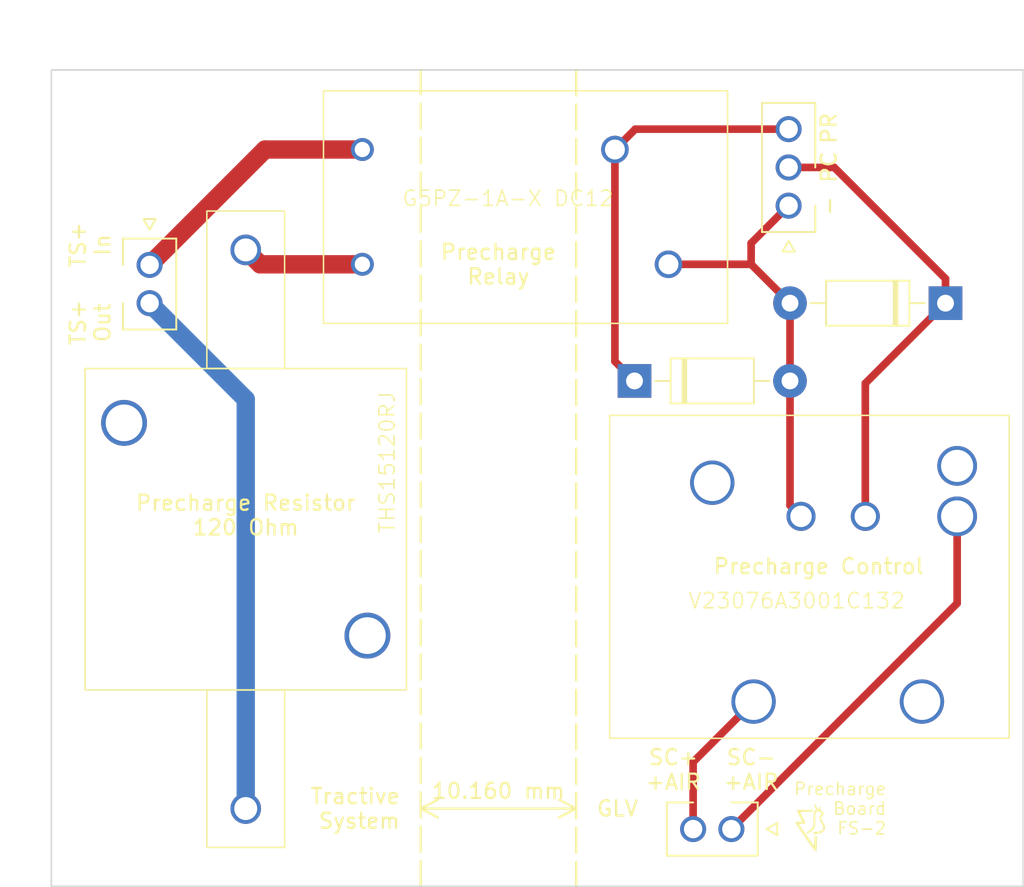
<source format=kicad_pcb>
(kicad_pcb (version 20221018) (generator pcbnew)
  (layers (0 "F.Cu" signal) (31 "B.Cu" signal) (34 "B.Paste" user) (35 "F.Paste" user) (36 "B.SilkS" user "B.Silkscreen") (37 "F.SilkS" user "F.Silkscreen") (38 "B.Mask" user) (39 "F.Mask" user) (44 "Edge.Cuts" user))
  (net 0 "")
  (net 1 "/GLV-")
  (net 2 "/Precharge_Relay")
  (net 3 "/SC_+AIR_+")
  (net 4 "/SC_+AIR_-")
  (net 5 "/Precharge_Control")
  (net 6 "/TS+_Out")
  (net 7 "Net-(K1-Pad1)")
  (net 8 "/TS+_In")
  (footprint "MountingHole:MountingHole_3.2mm_M3" (layer "F.Cu") (at 71.12 17.78)
    (fp_text reference "REF**" hide)
    (fp_text value "MountingHole_3.2mm_M3" hide)
    (pad "" np_thru_hole circle (at 0 0) (size 3.2 3.2) (drill 3.2) (layers "*.Cu" "*.Mask"))
  )
  (footprint "Precharge_Library:MOLEX_1053091202" (layer "F.Cu") (at 19.12 25.44 -90)
    (fp_text reference "J3" hide)
    (fp_text value "1053091202")
    (fp_line (start -3 -0.4) (end -3 0.4) (stroke (width 0.127)) (layer "F.SilkS"))
    (fp_line (start -3 0.4) (end -2.3 0) (stroke (width 0.127)) (layer "F.SilkS"))
    (fp_line (start -2.3 0) (end -3 -0.4) (stroke (width 0.127)) (layer "F.SilkS"))
    (fp_line (start -1.72 -1.74) (end 4.22 -1.74) (stroke (width 0.127)) (layer "F.SilkS"))
    (fp_line (start -1.72 1.74) (end -1.72 -1.74) (stroke (width 0.127)) (layer "F.SilkS"))
    (fp_line (start 0 1.74) (end -1.72 1.74) (stroke (width 0.127)) (layer "F.SilkS"))
    (fp_line (start 4.22 -1.74) (end 4.22 1.74) (stroke (width 0.127)) (layer "F.SilkS"))
    (fp_line (start 4.22 1.74) (end 2.5 1.74) (stroke (width 0.127)) (layer "F.SilkS"))
    (pad "" np_thru_hole circle (at 1.25 1.34 270) (size 1.3 1.3) (drill 1.3) (layers "*.Cu" "*.Mask"))
    (pad "1" thru_hole circle (at 0 0 270) (size 1.7 1.7) (drill 1.2) (layers "*.Cu") (net 8 "/TS+_In"))
    (pad "2" thru_hole circle (at 2.5 0 270) (size 1.7 1.7) (drill 1.2) (layers "*.Cu") (net 6 "/TS+_Out"))
  )
  (footprint "Diode_THT:D_DO-41_SOD81_P10.16mm_Horizontal" (layer "F.Cu") (at 71.12 27.94 180)
    (fp_text reference "D3" hide)
    (fp_text value "1N4001")
    (fp_line (start 1.34 0) (end 2.36 0) (stroke (width 0.12)) (layer "F.SilkS"))
    (fp_line (start 2.36 -1.47) (end 2.36 1.47) (stroke (width 0.12)) (layer "F.SilkS"))
    (fp_line (start 2.36 1.47) (end 7.8 1.47) (stroke (width 0.12)) (layer "F.SilkS"))
    (fp_line (start 3.14 -1.47) (end 3.14 1.47) (stroke (width 0.12)) (layer "F.SilkS"))
    (fp_line (start 3.26 -1.47) (end 3.26 1.47) (stroke (width 0.12)) (layer "F.SilkS"))
    (fp_line (start 3.38 -1.47) (end 3.38 1.47) (stroke (width 0.12)) (layer "F.SilkS"))
    (fp_line (start 7.8 -1.47) (end 2.36 -1.47) (stroke (width 0.12)) (layer "F.SilkS"))
    (fp_line (start 7.8 1.47) (end 7.8 -1.47) (stroke (width 0.12)) (layer "F.SilkS"))
    (fp_line (start 8.82 0) (end 7.8 0) (stroke (width 0.12)) (layer "F.SilkS"))
    (pad "1" thru_hole rect (at 0 0 180) (size 2.2 2.2) (drill 1.1) (layers "*.Cu" "*.Mask") (net 5 "/Precharge_Control"))
    (pad "2" thru_hole oval (at 10.16 0 180) (size 2.2 2.2) (drill 1.1) (layers "*.Cu" "*.Mask") (net 1 "/GLV-"))
  )
  (footprint "MountingHole:MountingHole_3.2mm_M3" (layer "F.Cu") (at 17.78 17.78)
    (fp_text reference "REF**" hide)
    (fp_text value "MountingHole_3.2mm_M3" hide)
    (pad "" np_thru_hole circle (at 0 0) (size 3.2 3.2) (drill 3.2) (layers "F&B.Cu" "*.Mask"))
  )
  (footprint "Precharge_Library:V23076A3001C132" (layer "F.Cu") (at 49.18 35.27)
    (fp_text reference "K2" hide)
    (fp_text value "Relay_SPST-NO")
    (fp_text user "V23076A3001C132" (at 5.08 12.7 unlocked) (layer "F.SilkS") (effects (font (thickness 0.1)) (justify left bottom)))
    (fp_rect (start 0 0) (end 26.1 21.1) (stroke (width 0.1)) (fill none) (layer "F.SilkS"))
    (pad "1" thru_hole circle (at 16.7 6.6) (size 1.9 1.9) (drill 1.4) (layers "*.Cu" "*.Mask") (net 5 "/Precharge_Control"))
    (pad "2" thru_hole circle (at 12.5 6.6) (size 1.9 1.9) (drill 1.4) (layers "*.Cu" "*.Mask") (net 1 "/GLV-"))
    (pad "3" thru_hole circle (at 22.7 3.3) (size 2.6 2.6) (drill 2.1) (layers "*.Cu" "*.Mask"))
    (pad "4" thru_hole circle (at 6.7 4.4) (size 2.9 2.9) (drill 2.4) (layers "*.Cu" "*.Mask") (net 3 "/SC_+AIR_+"))
    (pad "4" thru_hole circle (at 9.4 18.7) (size 2.9 2.9) (drill 2.4) (layers "*.Cu" "*.Mask") (net 3 "/SC_+AIR_+"))
    (pad "4" thru_hole circle (at 20.4 18.7) (size 2.9 2.9) (drill 2.4) (layers "*.Cu" "*.Mask") (net 3 "/SC_+AIR_+"))
    (pad "5" thru_hole circle (at 22.7 6.6) (size 2.6 2.6) (drill 2.1) (layers "*.Cu" "*.Mask") (net 4 "/SC_+AIR_-"))
  )
  (footprint "Precharge_Library:THS15120RJ" (layer "F.Cu") (at 14.9 53.21 90)
    (fp_text reference "R1" hide)
    (fp_text value "120")
    (fp_text user "THS15120RJ" (at 10.16 20.32 90 unlocked) (layer "F.SilkS") (effects (font (thickness 0.1)) (justify left bottom)))
    (fp_rect (start -10.29 7.96) (end 0 13.04) (stroke (width 0.1)) (fill none) (layer "F.SilkS"))
    (fp_rect (start 0 0) (end 21 21) (stroke (width 0.1)) (fill none) (layer "F.SilkS"))
    (fp_rect (start 21 7.96) (end 31.29 13.04) (stroke (width 0.1)) (fill none) (layer "F.SilkS"))
    (pad "" np_thru_hole circle (at 3.55 18.45 90) (size 3 3) (drill 2.4) (layers "F&B.Cu" "*.Mask"))
    (pad "" np_thru_hole circle (at 17.45 2.55 90) (size 3 3) (drill 2.4) (layers "F&B.Cu" "*.Mask"))
    (pad "+" thru_hole circle (at -7.75 10.5 90) (size 2 2) (drill 1.5) (layers "*.Cu" "*.Mask") (net 6 "/TS+_Out"))
    (pad "-" thru_hole circle (at 28.75 10.5 90) (size 2 2) (drill 1.5) (layers "*.Cu" "*.Mask") (net 7 "Net-(K1-Pad1)"))
  )
  (footprint "MountingHole:MountingHole_3.2mm_M3" (layer "F.Cu") (at 71.12 60.96)
    (fp_text reference "REF**" hide)
    (fp_text value "MountingHole_3.2mm_M3" hide)
    (pad "" np_thru_hole circle (at 0 0) (size 3.2 3.2) (drill 3.2) (layers "F&B.Cu" "*.Mask"))
  )
  (footprint "Diode_THT:D_DO-41_SOD81_P10.16mm_Horizontal" (layer "F.Cu") (at 50.8 33.02)
    (fp_text reference "D4" hide)
    (fp_text value "1N4001")
    (fp_line (start 1.34 0) (end 2.36 0) (stroke (width 0.12)) (layer "F.SilkS"))
    (fp_line (start 2.36 -1.47) (end 2.36 1.47) (stroke (width 0.12)) (layer "F.SilkS"))
    (fp_line (start 2.36 1.47) (end 7.8 1.47) (stroke (width 0.12)) (layer "F.SilkS"))
    (fp_line (start 3.14 -1.47) (end 3.14 1.47) (stroke (width 0.12)) (layer "F.SilkS"))
    (fp_line (start 3.26 -1.47) (end 3.26 1.47) (stroke (width 0.12)) (layer "F.SilkS"))
    (fp_line (start 3.38 -1.47) (end 3.38 1.47) (stroke (width 0.12)) (layer "F.SilkS"))
    (fp_line (start 7.8 -1.47) (end 2.36 -1.47) (stroke (width 0.12)) (layer "F.SilkS"))
    (fp_line (start 7.8 1.47) (end 7.8 -1.47) (stroke (width 0.12)) (layer "F.SilkS"))
    (fp_line (start 8.82 0) (end 7.8 0) (stroke (width 0.12)) (layer "F.SilkS"))
    (pad "1" thru_hole rect (at 0 0) (size 2.2 2.2) (drill 1.1) (layers "*.Cu" "*.Mask") (net 2 "/Precharge_Relay"))
    (pad "2" thru_hole oval (at 10.16 0) (size 2.2 2.2) (drill 1.1) (layers "*.Cu" "*.Mask") (net 1 "/GLV-"))
  )
  (footprint "Precharge_Library:FORMULA SLUG" (layer "F.Cu") (at 65.44258 62.288544)
    (fp_text reference "G***" hide)
    (fp_text value "LOGO" hide)
    (fp_poly (pts (xy -2.978538 -1.18802) (xy -2.983976 -1.1638) (xy -2.997969 -1.146607) (xy -3.029051 -1.135011) (xy -3.085756 -1.12758) (xy -3.176619 -1.122883) (xy -3.310176 -1.119489) (xy -3.39732 -1.117802) (xy -3.564909 -1.1128) (xy -3.692359 -1.105064) (xy -3.774696 -1.095029) (xy -3.806943 -1.083133) (xy -3.807221 -1.081855) (xy -3.794554 -1.047871) (xy -3.759992 -0.975661) (xy -3.708692 -0.87555) (xy -3.645813 -0.757863) (xy -3.640482 -0.74808) (xy -3.559231 -0.597402) (xy -3.505712 -0.488519) (xy -3.480657 -0.414643) (xy -3.484796 -0.368987) (xy -3.518859 -0.344766) (xy -3.583579 -0.335193) (xy -3.679686 -0.33348) (xy -3.68514 -0.333479) (xy -3.792282 -0.332066) (xy -3.853894 -0.326265) (xy -3.879986 -0.313737) (xy -3.880569 -0.292141) (xy -3.879137 -0.288135) (xy -3.859129 -0.254652) (xy -3.810992 -0.181981) (xy -3.738892 -0.076171) (xy -3.64699 0.056732) (xy -3.539453 0.210679) (xy -3.420443 0.379621) (xy -3.382892 0.432652) (xy -2.904048 1.108095) (xy -2.896242 0.792952) (xy -2.889488 0.633907) (xy -2.876955 0.524137) (xy -2.856434 0.45745) (xy -2.825717 0.427656) (xy -2.782596 0.428564) (xy -2.768006 0.433473) (xy -2.751673 0.445088) (xy -2.739984 0.470553) (xy -2.732378 0.517495) (xy -2.728298 0.59354) (xy -2.727182 0.706311) (xy -2.728471 0.863435) (xy -2.729747 0.954656) (xy -2.733 1.135545) (xy -2.737037 1.268249) (xy -2.74262 1.360161) (xy -2.75051 1.418676) (xy -2.761469 1.451189) (xy -2.776258 1.465093) (xy -2.782515 1.466939) (xy -2.826862 1.451253) (xy -2.88518 1.399229) (xy -2.909682 1.370032) (xy -2.987567 1.267154) (xy -3.083166 1.13683) (xy -3.192391 0.985003) (xy -3.311155 0.817616) (xy -3.435368 0.640612) (xy -3.560942 0.459936) (xy -3.683791 0.28153) (xy -3.799825 0.111337) (xy -3.904957 -0.044698) (xy -3.995098 -0.180633) (xy -4.066161 -0.290525) (xy -4.114057 -0.368429) (xy -4.134698 -0.408403) (xy -4.13516 -0.411609) (xy -4.12066 -0.436378) (xy -4.081382 -0.452174) (xy -4.006396 -0.461682) (xy -3.911132 -0.466651) (xy -3.809759 -0.472504) (xy -3.734104 -0.480736) (xy -3.697537 -0.48978) (xy -3.696061 -0.491833) (xy -3.70842 -0.521472) (xy -3.742186 -0.590206) (xy -3.792395 -0.688202) (xy -3.854083 -0.80563) (xy -3.862801 -0.822025) (xy -3.926298 -0.94564) (xy -3.978662 -1.055906) (xy -4.014757 -1.1414) (xy -4.029444 -1.190697) (xy -4.029541 -1.192849) (xy -4.027655 -1.212848) (xy -4.017105 -1.227595) (xy -3.990548 -1.237889) (xy -3.940641 -1.24453) (xy -3.860043 -1.248318) (xy -3.741411 -1.250051) (xy -3.577404 -1.250528) (xy -3.499599 -1.250547) (xy -2.969657 -1.250547)) (fill solid) (layer "F.SilkS"))
    (fp_poly (pts (xy -2.788263 -1.56467) (xy -2.778994 -1.529389) (xy -2.766898 -1.463828) (xy -2.737018 -1.388231) (xy -2.698962 -1.321398) (xy -2.662339 -1.282125) (xy -2.650665 -1.278337) (xy -2.61524 -1.301406) (xy -2.598411 -1.333753) (xy -2.560999 -1.408084) (xy -2.512444 -1.449615) (xy -2.46491 -1.448785) (xy -2.458117 -1.444004) (xy -2.434541 -1.398362) (xy -2.448633 -1.353116) (xy -2.490172 -1.333917) (xy -2.524233 -1.317017) (xy -2.524036 -1.280438) (xy -2.493003 -1.245357) (xy -2.474525 -1.23704) (xy -2.411633 -1.198295) (xy -2.347304 -1.131401) (xy -2.297658 -1.056289) (xy -2.278775 -0.995027) (xy -2.296398 -0.940177) (xy -2.340673 -0.869722) (xy -2.362145 -0.843347) (xy -2.412674 -0.778381) (xy -2.442288 -0.725963) (xy -2.445514 -0.712386) (xy -2.43322 -0.66912) (xy -2.40161 -0.596283) (xy -2.373203 -0.539666) (xy -2.300939 -0.401477) (xy -2.251324 -0.300887) (xy -2.220165 -0.226828) (xy -2.203269 -0.16823) (xy -2.196441 -0.114026) (xy -2.195405 -0.070409) (xy -2.203501 0.021962) (xy -2.235816 0.092973) (xy -2.285722 0.152829) (xy -2.392706 0.232287) (xy -2.539714 0.291482) (xy -2.713537 0.326128) (xy -2.842345 0.333479) (xy -2.922925 0.331154) (xy -2.961255 0.319792) (xy -2.970612 0.292813) (xy -2.968508 0.270952) (xy -2.958854 0.238553) (xy -2.933158 0.217909) (xy -2.87939 0.204636) (xy -2.785518 0.194346) (xy -2.750238 0.191389) (xy -2.568212 0.164483) (xy -2.436787 0.117181) (xy -2.354635 0.048897) (xy -2.33162 0.006701) (xy -2.315465 -0.066428) (xy -2.325412 -0.145948) (xy -2.364791 -0.243749) (xy -2.436932 -0.371722) (xy -2.438171 -0.373754) (xy -2.521938 -0.542703) (xy -2.555677 -0.692421) (xy -2.539253 -0.821431) (xy -2.487231 -0.911962) (xy -2.44141 -0.972466) (xy -2.430368 -1.011524) (xy -2.449222 -1.046623) (xy -2.449522 -1.046985) (xy -2.500892 -1.088963) (xy -2.573915 -1.128633) (xy -2.578151 -1.130435) (xy -2.670371 -1.151155) (xy -2.740898 -1.126072) (xy -2.790345 -1.053828) (xy -2.819324 -0.933065) (xy -2.828448 -0.762423) (xy -2.821911 -0.58979) (xy -2.814805 -0.418247) (xy -2.821674 -0.285793) (xy -2.845746 -0.176984) (xy -2.89025 -0.076379) (xy -2.948893 0.017655) (xy -3.016632 0.097772) (xy -3.105241 0.177523) (xy -3.199866 0.245958) (xy -3.285654 0.292126) (xy -3.339557 0.305689) (xy -3.384583 0.291405) (xy -3.387109 0.253564) (xy -3.35072 0.199683) (xy -3.278997 0.137278) (xy -3.249635 0.117041) (xy -3.150799 0.037865) (xy -3.060628 -0.058414) (xy -3.027744 -0.103884) (xy -2.995354 -0.156452) (xy -2.973012 -0.202032) (xy -2.959073 -0.252029) (xy -2.951886 -0.317844) (xy -2.949806 -0.410882) (xy -2.951184 -0.542547) (xy -2.95261 -0.623879) (xy -2.953548 -0.807423) (xy -2.947433 -0.945212) (xy -2.932173 -1.046848) (xy -2.905678 -1.121934) (xy -2.865854 -1.180073) (xy -2.822511 -1.221237) (xy -2.785256 -1.269093) (xy -2.789732 -1.324585) (xy -2.837599 -1.398923) (xy -2.851284 -1.415565) (xy -2.898631 -1.491215) (xy -2.903143 -1.548819) (xy -2.865568 -1.580415) (xy -2.835446 -1.584026)) (fill solid) (layer "F.SilkS"))
  )
  (footprint "Precharge_Library:MOLEX_1053091203" (layer "F.Cu") (at 60.87 21.57 90)
    (fp_text reference "J2" hide)
    (fp_text value "1053091203")
    (fp_line (start -3 -0.4) (end -3 0.4) (stroke (width 0.127)) (layer "F.SilkS"))
    (fp_line (start -3 0.4) (end -2.3 0) (stroke (width 0.127)) (layer "F.SilkS"))
    (fp_line (start -2.3 0) (end -3 -0.4) (stroke (width 0.127)) (layer "F.SilkS"))
    (fp_line (start -1.72 -1.74) (end 6.72 -1.74) (stroke (width 0.127)) (layer "F.SilkS"))
    (fp_line (start -1.72 1.74) (end -1.72 -1.74) (stroke (width 0.127)) (layer "F.SilkS"))
    (fp_line (start 0 1.74) (end -1.72 1.74) (stroke (width 0.127)) (layer "F.SilkS"))
    (fp_line (start 6.72 -1.74) (end 6.72 1.74) (stroke (width 0.127)) (layer "F.SilkS"))
    (fp_line (start 6.72 1.74) (end 2.5 1.74) (stroke (width 0.127)) (layer "F.SilkS"))
    (pad "" np_thru_hole circle (at 1.25 1.34 90) (size 1.3 1.3) (drill 1.3) (layers "*.Cu" "*.Mask"))
    (pad "1" thru_hole circle (at 0 0 90) (size 1.7 1.7) (drill 1.2) (layers "*.Cu") (net 1 "/GLV-"))
    (pad "2" thru_hole circle (at 2.5 0 90) (size 1.7 1.7) (drill 1.2) (layers "*.Cu") (net 5 "/Precharge_Control"))
    (pad "3" thru_hole circle (at 5 0 90) (size 1.7 1.7) (drill 1.2) (layers "*.Cu") (net 2 "/Precharge_Relay"))
  )
  (footprint "Precharge_Library:G5PZ-1A-X DC12" (layer "F.Cu") (at 30.48 14.06)
    (fp_text reference "K1" hide)
    (fp_text value "Relay_SPST-NO")
    (fp_text user "G5PZ-1A-X DC12" (at 5.08 7.62 unlocked) (layer "F.SilkS") (effects (font (thickness 0.1)) (justify left bottom)))
    (fp_rect (start 0 0) (end 26.4 15.2) (stroke (width 0.1)) (fill none) (layer "F.SilkS"))
    (pad "1" thru_hole circle (at 2.54 11.34) (size 1.5 1.5) (drill 1) (layers "*.Cu" "*.Mask") (net 7 "Net-(K1-Pad1)"))
    (pad "2" thru_hole circle (at 22.54 11.34) (size 1.8 1.8) (drill 1.3) (layers "*.Cu" "*.Mask") (net 1 "/GLV-"))
    (pad "3" thru_hole circle (at 19.04 3.84) (size 1.8 1.8) (drill 1.3) (layers "*.Cu" "*.Mask") (net 2 "/Precharge_Relay"))
    (pad "4" thru_hole circle (at 2.54 3.84) (size 1.5 1.5) (drill 1) (layers "*.Cu" "*.Mask") (net 8 "/TS+_In"))
  )
  (footprint "Precharge_Library:MOLEX_1053091202" (layer "F.Cu") (at 57.13 62.3 180)
    (fp_text reference "J1" hide)
    (fp_text value "1053091202")
    (fp_line (start -3 -0.4) (end -3 0.4) (stroke (width 0.127)) (layer "F.SilkS"))
    (fp_line (start -3 0.4) (end -2.3 0) (stroke (width 0.127)) (layer "F.SilkS"))
    (fp_line (start -2.3 0) (end -3 -0.4) (stroke (width 0.127)) (layer "F.SilkS"))
    (fp_line (start -1.72 -1.74) (end 4.22 -1.74) (stroke (width 0.127)) (layer "F.SilkS"))
    (fp_line (start -1.72 1.74) (end -1.72 -1.74) (stroke (width 0.127)) (layer "F.SilkS"))
    (fp_line (start 0 1.74) (end -1.72 1.74) (stroke (width 0.127)) (layer "F.SilkS"))
    (fp_line (start 4.22 -1.74) (end 4.22 1.74) (stroke (width 0.127)) (layer "F.SilkS"))
    (fp_line (start 4.22 1.74) (end 2.5 1.74) (stroke (width 0.127)) (layer "F.SilkS"))
    (pad "" np_thru_hole circle (at 1.25 1.34 180) (size 1.3 1.3) (drill 1.3) (layers "*.Cu" "*.Mask"))
    (pad "1" thru_hole circle (at 0 0 180) (size 1.7 1.7) (drill 1.2) (layers "*.Cu") (net 4 "/SC_+AIR_-"))
    (pad "2" thru_hole circle (at 2.5 0 180) (size 1.7 1.7) (drill 1.2) (layers "*.Cu") (net 3 "/SC_+AIR_+"))
  )
  (footprint "MountingHole:MountingHole_3.2mm_M3" (layer "F.Cu") (at 17.78 60.96)
    (fp_text reference "REF**" hide)
    (fp_text value "MountingHole_3.2mm_M3" hide)
    (pad "" np_thru_hole circle (at 0 0) (size 3.2 3.2) (drill 3.2) (layers "F&B.Cu" "*.Mask"))
  )
  (gr_line (start 36.83 66.04) (end 36.83 12.7) (stroke (width 0.15) (type dash)) (layer "F.SilkS"))
  (gr_line (start 46.99 12.7) (end 46.99 66.04) (stroke (width 0.15) (type dash)) (layer "F.SilkS"))
  (gr_rect (start 12.7 12.7) (end 76.2 66.04) (stroke (width 0.1)) (fill none) (layer "Edge.Cuts"))
  (gr_text "TS+\nIn" (at 15.24 24.13 90) (layer "F.SilkS") (effects (font (size 1 1))))
  (gr_text "Tractive\nSystem" (at 35.56 60.96) (layer "F.SilkS") (effects (font (size 1 1)) (justify right)))
  (gr_text "Precharge Control" (at 55.88 45.72) (layer "F.SilkS") (effects (font (size 1 1)) (justify left bottom)))
  (gr_text "GLV" (at 48.26 60.96) (layer "F.SilkS") (effects (font (size 1 1)) (justify left)))
  (gr_text "Precharge\nRelay" (at 41.91 25.4) (layer "F.SilkS") (effects (font (size 1 1))))
  (gr_text "PR" (at 63.5 16.51 90) (layer "F.SilkS") (effects (font (size 1 1))))
  (gr_text "TS+\nOut" (at 15.24 29.21 90) (layer "F.SilkS") (effects (font (size 1 1))))
  (gr_text "Precharge Resistor\n120 Ohm" (at 25.4 43.18) (layer "F.SilkS") (effects (font (size 1 1)) (justify bottom)))
  (gr_text "SC+\n+AIR" (at 53.34 58.42) (layer "F.SilkS") (effects (font (size 1 1))))
  (gr_text "PC" (at 63.5 19.05 90) (layer "F.SilkS") (effects (font (size 1 1))))
  (gr_text "-" (at 63.5 21.59 90) (layer "F.SilkS") (effects (font (size 1 1))))
  (gr_text "SC-\n+AIR" (at 58.42 58.42) (layer "F.SilkS") (effects (font (size 1 1))))
  (gr_text "Precharge\nBoard\nFS-2" (at 67.31 60.96) (layer "F.SilkS") (effects (font (size 0.8 0.8) (thickness 0.1)) (justify right)))
  (dimension (type aligned) (layer "F.SilkS") (pts (xy 36.83 60.96) (xy 46.99 60.96)) (height 0) (gr_text "10.160 mm" (at 41.91 59.81) (layer "F.SilkS") (effects (font (size 1 1) (thickness 0.15)))) (format (prefix "") (suffix "") (units 3) (units_format 1) (precision 3)) (style (thickness 0.15) (arrow_length 1.27) (text_position_mode 0) (extension_height 0.58642) (extension_offset 0.5) keep_text_aligned))
  (segment (start 57.04 25.4) (end 58.42 25.4) (width 0.5) (layer "F.Cu") (net 1))
  (segment (start 58.42 24.02) (end 60.87 21.57) (width 0.5) (layer "F.Cu") (net 1))
  (segment (start 60.96 27.94) (end 60.96 33.02) (width 0.5) (layer "F.Cu") (net 1))
  (segment (start 58.42 25.4) (end 58.42 24.02) (width 0.5) (layer "F.Cu") (net 1))
  (segment (start 58.42 25.4) (end 60.96 27.94) (width 0.5) (layer "F.Cu") (net 1))
  (segment (start 60.96 33.02) (end 60.96 41.15) (width 0.5) (layer "F.Cu") (net 1))
  (segment (start 60.96 41.15) (end 61.68 41.87) (width 0.5) (layer "F.Cu") (net 1))
  (segment (start 53.02 25.4) (end 57.04 25.4) (width 0.5) (layer "F.Cu") (net 1))
  (segment (start 49.52 17.9) (end 50.85 16.57) (width 0.5) (layer "F.Cu") (net 2))
  (segment (start 49.52 31.74) (end 50.8 33.02) (width 0.5) (layer "F.Cu") (net 2))
  (segment (start 49.52 17.9) (end 49.52 31.74) (width 0.5) (layer "F.Cu") (net 2))
  (segment (start 50.85 16.57) (end 60.87 16.57) (width 0.5) (layer "F.Cu") (net 2))
  (segment (start 58.58 53.97) (end 54.63 57.92) (width 0.5) (layer "F.Cu") (net 3))
  (segment (start 54.63 57.92) (end 54.63 62.3) (width 0.5) (layer "F.Cu") (net 3))
  (segment (start 57.13 62.3) (end 71.88 47.55) (width 0.5) (layer "F.Cu") (net 4))
  (segment (start 71.88 47.55) (end 71.88 41.87) (width 0.5) (layer "F.Cu") (net 4))
  (segment (start 65.88 41.87) (end 65.88 33.18) (width 0.5) (layer "F.Cu") (net 5))
  (segment (start 63.85 19.07) (end 71.12 26.34) (width 0.5) (layer "F.Cu") (net 5))
  (segment (start 71.12 27.780431) (end 71.12 27.94) (width 0.25) (layer "F.Cu") (net 5))
  (segment (start 65.88 33.18) (end 71.12 27.94) (width 0.5) (layer "F.Cu") (net 5))
  (segment (start 71.12 26.34) (end 71.12 27.94) (width 0.5) (layer "F.Cu") (net 5))
  (segment (start 60.87 19.07) (end 63.85 19.07) (width 0.5) (layer "F.Cu") (net 5))
  (segment (start 25.4 60.96) (end 25.4 34.22) (width 1.2) (layer "B.Cu") (net 6))
  (segment (start 25.4 34.22) (end 19.12 27.94) (width 1.2) (layer "B.Cu") (net 6))
  (segment (start 26.34 25.4) (end 33.02 25.4) (width 1.2) (layer "F.Cu") (net 7))
  (segment (start 25.4 24.46) (end 26.34 25.4) (width 1.2) (layer "F.Cu") (net 7))
  (segment (start 19.12 25.44) (end 26.66 17.9) (width 1.2) (layer "F.Cu") (net 8))
  (segment (start 26.66 17.9) (end 33.02 17.9) (width 1.2) (layer "F.Cu") (net 8))
)
</source>
